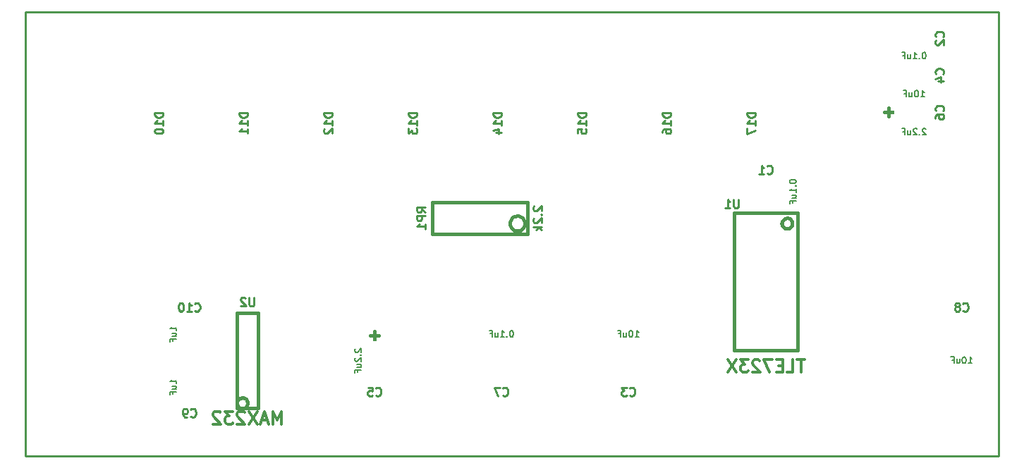
<source format=gbo>
G04 (created by PCBNEW-RS274X (2011-05-25)-stable) date Thu 31 Oct 2013 03:42:36 PM EDT*
G01*
G70*
G90*
%MOIN*%
G04 Gerber Fmt 3.4, Leading zero omitted, Abs format*
%FSLAX34Y34*%
G04 APERTURE LIST*
%ADD10C,0.006000*%
%ADD11C,0.009000*%
%ADD12C,0.015000*%
%ADD13C,0.005000*%
%ADD14C,0.010000*%
%ADD15C,0.012000*%
%ADD16C,0.096000*%
%ADD17C,0.160000*%
%ADD18C,0.180000*%
%ADD19C,0.175000*%
%ADD20O,0.080000X0.120000*%
%ADD21C,0.080000*%
%ADD22R,0.120000X0.070000*%
%ADD23R,0.070000X0.120000*%
%ADD24C,0.093000*%
%ADD25R,0.093000X0.093000*%
%ADD26R,0.045000X0.100000*%
%ADD27C,0.170000*%
%ADD28C,0.140000*%
%ADD29R,0.085000X0.085000*%
%ADD30C,0.085000*%
%ADD31R,0.070000X0.044000*%
%ADD32R,0.070000X0.035000*%
%ADD33R,0.081000X0.044000*%
G04 APERTURE END LIST*
G54D10*
G54D11*
X89500Y-51500D02*
X43500Y-51500D01*
X43500Y-30500D02*
X89500Y-30500D01*
X43500Y-30500D02*
X43500Y-51500D01*
X89500Y-51500D02*
X89500Y-30500D01*
G54D12*
X60200Y-45800D02*
X59800Y-45800D01*
X60000Y-46000D02*
X60000Y-45600D01*
G54D13*
X59450Y-46700D02*
X59450Y-46100D01*
X59450Y-46100D02*
X60550Y-46100D01*
X60550Y-46100D02*
X60550Y-46700D01*
X60550Y-47300D02*
X60550Y-47900D01*
X60550Y-47900D02*
X59450Y-47900D01*
X59450Y-47900D02*
X59450Y-47300D01*
G54D12*
X84300Y-35050D02*
X84300Y-35450D01*
X84500Y-35250D02*
X84100Y-35250D01*
G54D13*
X85200Y-35800D02*
X84600Y-35800D01*
X84600Y-35800D02*
X84600Y-34700D01*
X84600Y-34700D02*
X85200Y-34700D01*
X85800Y-34700D02*
X86400Y-34700D01*
X86400Y-34700D02*
X86400Y-35800D01*
X86400Y-35800D02*
X85800Y-35800D01*
X78200Y-39550D02*
X77600Y-39550D01*
X77600Y-39550D02*
X77600Y-38450D01*
X77600Y-38450D02*
X78200Y-38450D01*
X78800Y-38450D02*
X79400Y-38450D01*
X79400Y-38450D02*
X79400Y-39550D01*
X79400Y-39550D02*
X78800Y-39550D01*
X65450Y-46700D02*
X65450Y-46100D01*
X65450Y-46100D02*
X66550Y-46100D01*
X66550Y-46100D02*
X66550Y-46700D01*
X66550Y-47300D02*
X66550Y-47900D01*
X66550Y-47900D02*
X65450Y-47900D01*
X65450Y-47900D02*
X65450Y-47300D01*
X85200Y-34050D02*
X84600Y-34050D01*
X84600Y-34050D02*
X84600Y-32950D01*
X84600Y-32950D02*
X85200Y-32950D01*
X85800Y-32950D02*
X86400Y-32950D01*
X86400Y-32950D02*
X86400Y-34050D01*
X86400Y-34050D02*
X85800Y-34050D01*
X85200Y-32300D02*
X84600Y-32300D01*
X84600Y-32300D02*
X84600Y-31200D01*
X84600Y-31200D02*
X85200Y-31200D01*
X85800Y-31200D02*
X86400Y-31200D01*
X86400Y-31200D02*
X86400Y-32300D01*
X86400Y-32300D02*
X85800Y-32300D01*
X71450Y-46700D02*
X71450Y-46100D01*
X71450Y-46100D02*
X72550Y-46100D01*
X72550Y-46100D02*
X72550Y-46700D01*
X72550Y-47300D02*
X72550Y-47900D01*
X72550Y-47900D02*
X71450Y-47900D01*
X71450Y-47900D02*
X71450Y-47300D01*
G54D12*
X67103Y-40500D02*
X67096Y-40568D01*
X67076Y-40634D01*
X67044Y-40695D01*
X67000Y-40748D01*
X66947Y-40792D01*
X66886Y-40825D01*
X66820Y-40845D01*
X66752Y-40852D01*
X66684Y-40846D01*
X66618Y-40827D01*
X66557Y-40795D01*
X66504Y-40752D01*
X66459Y-40699D01*
X66426Y-40639D01*
X66405Y-40573D01*
X66398Y-40504D01*
X66403Y-40437D01*
X66422Y-40371D01*
X66454Y-40309D01*
X66497Y-40255D01*
X66549Y-40211D01*
X66609Y-40177D01*
X66675Y-40156D01*
X66743Y-40148D01*
X66811Y-40153D01*
X66877Y-40171D01*
X66939Y-40202D01*
X66993Y-40245D01*
X67038Y-40297D01*
X67072Y-40357D01*
X67094Y-40422D01*
X67102Y-40491D01*
X67103Y-40500D01*
X67250Y-39500D02*
X67250Y-41000D01*
X67250Y-41000D02*
X62750Y-41000D01*
X62750Y-41000D02*
X62750Y-39500D01*
X62750Y-39500D02*
X67250Y-39500D01*
G54D13*
X87200Y-45450D02*
X87200Y-44850D01*
X87200Y-44850D02*
X88300Y-44850D01*
X88300Y-44850D02*
X88300Y-45450D01*
X88300Y-46050D02*
X88300Y-46650D01*
X88300Y-46650D02*
X87200Y-46650D01*
X87200Y-46650D02*
X87200Y-46050D01*
X51800Y-48550D02*
X51800Y-49150D01*
X51800Y-49150D02*
X50700Y-49150D01*
X50700Y-49150D02*
X50700Y-48550D01*
X50700Y-47950D02*
X50700Y-47350D01*
X50700Y-47350D02*
X51800Y-47350D01*
X51800Y-47350D02*
X51800Y-47950D01*
X51800Y-46050D02*
X51800Y-46650D01*
X51800Y-46650D02*
X50700Y-46650D01*
X50700Y-46650D02*
X50700Y-46050D01*
X50700Y-45450D02*
X50700Y-44850D01*
X50700Y-44850D02*
X51800Y-44850D01*
X51800Y-44850D02*
X51800Y-45450D01*
G54D12*
X79750Y-40500D02*
X79745Y-40548D01*
X79731Y-40595D01*
X79708Y-40638D01*
X79677Y-40676D01*
X79639Y-40707D01*
X79596Y-40730D01*
X79550Y-40744D01*
X79501Y-40749D01*
X79454Y-40745D01*
X79407Y-40731D01*
X79364Y-40709D01*
X79326Y-40678D01*
X79294Y-40641D01*
X79271Y-40598D01*
X79256Y-40551D01*
X79251Y-40503D01*
X79255Y-40455D01*
X79268Y-40408D01*
X79290Y-40365D01*
X79321Y-40327D01*
X79358Y-40295D01*
X79400Y-40271D01*
X79447Y-40256D01*
X79495Y-40251D01*
X79543Y-40254D01*
X79590Y-40267D01*
X79633Y-40289D01*
X79672Y-40319D01*
X79704Y-40356D01*
X79728Y-40399D01*
X79743Y-40445D01*
X79749Y-40494D01*
X79750Y-40500D01*
X77000Y-40000D02*
X80000Y-40000D01*
X80000Y-40000D02*
X80000Y-46500D01*
X80000Y-46500D02*
X77000Y-46500D01*
X77000Y-46500D02*
X77000Y-40000D01*
X54000Y-49000D02*
X53995Y-49048D01*
X53981Y-49095D01*
X53958Y-49138D01*
X53927Y-49176D01*
X53889Y-49207D01*
X53846Y-49230D01*
X53800Y-49244D01*
X53751Y-49249D01*
X53704Y-49245D01*
X53657Y-49231D01*
X53614Y-49209D01*
X53576Y-49178D01*
X53544Y-49141D01*
X53521Y-49098D01*
X53506Y-49051D01*
X53501Y-49003D01*
X53505Y-48955D01*
X53518Y-48908D01*
X53540Y-48865D01*
X53571Y-48827D01*
X53608Y-48795D01*
X53650Y-48771D01*
X53697Y-48756D01*
X53745Y-48751D01*
X53793Y-48754D01*
X53840Y-48767D01*
X53883Y-48789D01*
X53922Y-48819D01*
X53954Y-48856D01*
X53978Y-48899D01*
X53993Y-48945D01*
X53999Y-48994D01*
X54000Y-49000D01*
X54500Y-49250D02*
X53500Y-49250D01*
X53500Y-49250D02*
X53500Y-44750D01*
X53500Y-44750D02*
X54500Y-44750D01*
X54500Y-44750D02*
X54500Y-49250D01*
G54D14*
X60066Y-48624D02*
X60085Y-48643D01*
X60142Y-48662D01*
X60180Y-48662D01*
X60238Y-48643D01*
X60276Y-48605D01*
X60295Y-48567D01*
X60314Y-48490D01*
X60314Y-48433D01*
X60295Y-48357D01*
X60276Y-48319D01*
X60238Y-48281D01*
X60180Y-48262D01*
X60142Y-48262D01*
X60085Y-48281D01*
X60066Y-48300D01*
X59704Y-48262D02*
X59895Y-48262D01*
X59914Y-48452D01*
X59895Y-48433D01*
X59857Y-48414D01*
X59761Y-48414D01*
X59723Y-48433D01*
X59704Y-48452D01*
X59685Y-48490D01*
X59685Y-48586D01*
X59704Y-48624D01*
X59723Y-48643D01*
X59761Y-48662D01*
X59857Y-48662D01*
X59895Y-48643D01*
X59914Y-48624D01*
G54D13*
X59100Y-46436D02*
X59086Y-46450D01*
X59071Y-46479D01*
X59071Y-46550D01*
X59086Y-46579D01*
X59100Y-46593D01*
X59129Y-46608D01*
X59157Y-46608D01*
X59200Y-46593D01*
X59371Y-46422D01*
X59371Y-46608D01*
X59343Y-46736D02*
X59357Y-46751D01*
X59371Y-46736D01*
X59357Y-46722D01*
X59343Y-46736D01*
X59371Y-46736D01*
X59100Y-46865D02*
X59086Y-46879D01*
X59071Y-46908D01*
X59071Y-46979D01*
X59086Y-47008D01*
X59100Y-47022D01*
X59129Y-47037D01*
X59157Y-47037D01*
X59200Y-47022D01*
X59371Y-46851D01*
X59371Y-47037D01*
X59171Y-47294D02*
X59371Y-47294D01*
X59171Y-47165D02*
X59329Y-47165D01*
X59357Y-47180D01*
X59371Y-47208D01*
X59371Y-47251D01*
X59357Y-47280D01*
X59343Y-47294D01*
X59214Y-47536D02*
X59214Y-47436D01*
X59371Y-47436D02*
X59071Y-47436D01*
X59071Y-47579D01*
G54D14*
X86874Y-35184D02*
X86893Y-35165D01*
X86912Y-35108D01*
X86912Y-35070D01*
X86893Y-35012D01*
X86855Y-34974D01*
X86817Y-34955D01*
X86740Y-34936D01*
X86683Y-34936D01*
X86607Y-34955D01*
X86569Y-34974D01*
X86531Y-35012D01*
X86512Y-35070D01*
X86512Y-35108D01*
X86531Y-35165D01*
X86550Y-35184D01*
X86512Y-35527D02*
X86512Y-35450D01*
X86531Y-35412D01*
X86550Y-35393D01*
X86607Y-35355D01*
X86683Y-35336D01*
X86836Y-35336D01*
X86874Y-35355D01*
X86893Y-35374D01*
X86912Y-35412D01*
X86912Y-35489D01*
X86893Y-35527D01*
X86874Y-35546D01*
X86836Y-35565D01*
X86740Y-35565D01*
X86702Y-35546D01*
X86683Y-35527D01*
X86664Y-35489D01*
X86664Y-35412D01*
X86683Y-35374D01*
X86702Y-35355D01*
X86740Y-35336D01*
G54D13*
X86064Y-36050D02*
X86050Y-36036D01*
X86021Y-36021D01*
X85950Y-36021D01*
X85921Y-36036D01*
X85907Y-36050D01*
X85892Y-36079D01*
X85892Y-36107D01*
X85907Y-36150D01*
X86078Y-36321D01*
X85892Y-36321D01*
X85764Y-36293D02*
X85749Y-36307D01*
X85764Y-36321D01*
X85778Y-36307D01*
X85764Y-36293D01*
X85764Y-36321D01*
X85635Y-36050D02*
X85621Y-36036D01*
X85592Y-36021D01*
X85521Y-36021D01*
X85492Y-36036D01*
X85478Y-36050D01*
X85463Y-36079D01*
X85463Y-36107D01*
X85478Y-36150D01*
X85649Y-36321D01*
X85463Y-36321D01*
X85206Y-36121D02*
X85206Y-36321D01*
X85335Y-36121D02*
X85335Y-36279D01*
X85320Y-36307D01*
X85292Y-36321D01*
X85249Y-36321D01*
X85220Y-36307D01*
X85206Y-36293D01*
X84964Y-36164D02*
X85064Y-36164D01*
X85064Y-36321D02*
X85064Y-36021D01*
X84921Y-36021D01*
G54D14*
X78566Y-38124D02*
X78585Y-38143D01*
X78642Y-38162D01*
X78680Y-38162D01*
X78738Y-38143D01*
X78776Y-38105D01*
X78795Y-38067D01*
X78814Y-37990D01*
X78814Y-37933D01*
X78795Y-37857D01*
X78776Y-37819D01*
X78738Y-37781D01*
X78680Y-37762D01*
X78642Y-37762D01*
X78585Y-37781D01*
X78566Y-37800D01*
X78185Y-38162D02*
X78414Y-38162D01*
X78300Y-38162D02*
X78300Y-37762D01*
X78338Y-37819D01*
X78376Y-37857D01*
X78414Y-37876D01*
G54D13*
X79621Y-38508D02*
X79621Y-38536D01*
X79636Y-38565D01*
X79650Y-38579D01*
X79679Y-38593D01*
X79736Y-38608D01*
X79807Y-38608D01*
X79864Y-38593D01*
X79893Y-38579D01*
X79907Y-38565D01*
X79921Y-38536D01*
X79921Y-38508D01*
X79907Y-38479D01*
X79893Y-38465D01*
X79864Y-38450D01*
X79807Y-38436D01*
X79736Y-38436D01*
X79679Y-38450D01*
X79650Y-38465D01*
X79636Y-38479D01*
X79621Y-38508D01*
X79893Y-38736D02*
X79907Y-38751D01*
X79921Y-38736D01*
X79907Y-38722D01*
X79893Y-38736D01*
X79921Y-38736D01*
X79921Y-39037D02*
X79921Y-38865D01*
X79921Y-38951D02*
X79621Y-38951D01*
X79664Y-38922D01*
X79693Y-38894D01*
X79707Y-38865D01*
X79721Y-39294D02*
X79921Y-39294D01*
X79721Y-39165D02*
X79879Y-39165D01*
X79907Y-39180D01*
X79921Y-39208D01*
X79921Y-39251D01*
X79907Y-39280D01*
X79893Y-39294D01*
X79764Y-39536D02*
X79764Y-39436D01*
X79921Y-39436D02*
X79621Y-39436D01*
X79621Y-39579D01*
G54D14*
X66066Y-48624D02*
X66085Y-48643D01*
X66142Y-48662D01*
X66180Y-48662D01*
X66238Y-48643D01*
X66276Y-48605D01*
X66295Y-48567D01*
X66314Y-48490D01*
X66314Y-48433D01*
X66295Y-48357D01*
X66276Y-48319D01*
X66238Y-48281D01*
X66180Y-48262D01*
X66142Y-48262D01*
X66085Y-48281D01*
X66066Y-48300D01*
X65933Y-48262D02*
X65666Y-48262D01*
X65838Y-48662D01*
G54D13*
X66492Y-45571D02*
X66464Y-45571D01*
X66435Y-45586D01*
X66421Y-45600D01*
X66407Y-45629D01*
X66392Y-45686D01*
X66392Y-45757D01*
X66407Y-45814D01*
X66421Y-45843D01*
X66435Y-45857D01*
X66464Y-45871D01*
X66492Y-45871D01*
X66521Y-45857D01*
X66535Y-45843D01*
X66550Y-45814D01*
X66564Y-45757D01*
X66564Y-45686D01*
X66550Y-45629D01*
X66535Y-45600D01*
X66521Y-45586D01*
X66492Y-45571D01*
X66264Y-45843D02*
X66249Y-45857D01*
X66264Y-45871D01*
X66278Y-45857D01*
X66264Y-45843D01*
X66264Y-45871D01*
X65963Y-45871D02*
X66135Y-45871D01*
X66049Y-45871D02*
X66049Y-45571D01*
X66078Y-45614D01*
X66106Y-45643D01*
X66135Y-45657D01*
X65706Y-45671D02*
X65706Y-45871D01*
X65835Y-45671D02*
X65835Y-45829D01*
X65820Y-45857D01*
X65792Y-45871D01*
X65749Y-45871D01*
X65720Y-45857D01*
X65706Y-45843D01*
X65464Y-45714D02*
X65564Y-45714D01*
X65564Y-45871D02*
X65564Y-45571D01*
X65421Y-45571D01*
G54D14*
X86874Y-33434D02*
X86893Y-33415D01*
X86912Y-33358D01*
X86912Y-33320D01*
X86893Y-33262D01*
X86855Y-33224D01*
X86817Y-33205D01*
X86740Y-33186D01*
X86683Y-33186D01*
X86607Y-33205D01*
X86569Y-33224D01*
X86531Y-33262D01*
X86512Y-33320D01*
X86512Y-33358D01*
X86531Y-33415D01*
X86550Y-33434D01*
X86645Y-33777D02*
X86912Y-33777D01*
X86493Y-33681D02*
X86779Y-33586D01*
X86779Y-33834D01*
G54D13*
X85821Y-34521D02*
X85993Y-34521D01*
X85907Y-34521D02*
X85907Y-34221D01*
X85936Y-34264D01*
X85964Y-34293D01*
X85993Y-34307D01*
X85635Y-34221D02*
X85607Y-34221D01*
X85578Y-34236D01*
X85564Y-34250D01*
X85550Y-34279D01*
X85535Y-34336D01*
X85535Y-34407D01*
X85550Y-34464D01*
X85564Y-34493D01*
X85578Y-34507D01*
X85607Y-34521D01*
X85635Y-34521D01*
X85664Y-34507D01*
X85678Y-34493D01*
X85693Y-34464D01*
X85707Y-34407D01*
X85707Y-34336D01*
X85693Y-34279D01*
X85678Y-34250D01*
X85664Y-34236D01*
X85635Y-34221D01*
X85278Y-34321D02*
X85278Y-34521D01*
X85407Y-34321D02*
X85407Y-34479D01*
X85392Y-34507D01*
X85364Y-34521D01*
X85321Y-34521D01*
X85292Y-34507D01*
X85278Y-34493D01*
X85036Y-34364D02*
X85136Y-34364D01*
X85136Y-34521D02*
X85136Y-34221D01*
X84993Y-34221D01*
G54D14*
X86874Y-31684D02*
X86893Y-31665D01*
X86912Y-31608D01*
X86912Y-31570D01*
X86893Y-31512D01*
X86855Y-31474D01*
X86817Y-31455D01*
X86740Y-31436D01*
X86683Y-31436D01*
X86607Y-31455D01*
X86569Y-31474D01*
X86531Y-31512D01*
X86512Y-31570D01*
X86512Y-31608D01*
X86531Y-31665D01*
X86550Y-31684D01*
X86550Y-31836D02*
X86531Y-31855D01*
X86512Y-31893D01*
X86512Y-31989D01*
X86531Y-32027D01*
X86550Y-32046D01*
X86588Y-32065D01*
X86626Y-32065D01*
X86683Y-32046D01*
X86912Y-31817D01*
X86912Y-32065D01*
G54D13*
X85992Y-32421D02*
X85964Y-32421D01*
X85935Y-32436D01*
X85921Y-32450D01*
X85907Y-32479D01*
X85892Y-32536D01*
X85892Y-32607D01*
X85907Y-32664D01*
X85921Y-32693D01*
X85935Y-32707D01*
X85964Y-32721D01*
X85992Y-32721D01*
X86021Y-32707D01*
X86035Y-32693D01*
X86050Y-32664D01*
X86064Y-32607D01*
X86064Y-32536D01*
X86050Y-32479D01*
X86035Y-32450D01*
X86021Y-32436D01*
X85992Y-32421D01*
X85764Y-32693D02*
X85749Y-32707D01*
X85764Y-32721D01*
X85778Y-32707D01*
X85764Y-32693D01*
X85764Y-32721D01*
X85463Y-32721D02*
X85635Y-32721D01*
X85549Y-32721D02*
X85549Y-32421D01*
X85578Y-32464D01*
X85606Y-32493D01*
X85635Y-32507D01*
X85206Y-32521D02*
X85206Y-32721D01*
X85335Y-32521D02*
X85335Y-32679D01*
X85320Y-32707D01*
X85292Y-32721D01*
X85249Y-32721D01*
X85220Y-32707D01*
X85206Y-32693D01*
X84964Y-32564D02*
X85064Y-32564D01*
X85064Y-32721D02*
X85064Y-32421D01*
X84921Y-32421D01*
G54D14*
X72066Y-48624D02*
X72085Y-48643D01*
X72142Y-48662D01*
X72180Y-48662D01*
X72238Y-48643D01*
X72276Y-48605D01*
X72295Y-48567D01*
X72314Y-48490D01*
X72314Y-48433D01*
X72295Y-48357D01*
X72276Y-48319D01*
X72238Y-48281D01*
X72180Y-48262D01*
X72142Y-48262D01*
X72085Y-48281D01*
X72066Y-48300D01*
X71933Y-48262D02*
X71685Y-48262D01*
X71819Y-48414D01*
X71761Y-48414D01*
X71723Y-48433D01*
X71704Y-48452D01*
X71685Y-48490D01*
X71685Y-48586D01*
X71704Y-48624D01*
X71723Y-48643D01*
X71761Y-48662D01*
X71876Y-48662D01*
X71914Y-48643D01*
X71933Y-48624D01*
G54D13*
X72321Y-45871D02*
X72493Y-45871D01*
X72407Y-45871D02*
X72407Y-45571D01*
X72436Y-45614D01*
X72464Y-45643D01*
X72493Y-45657D01*
X72135Y-45571D02*
X72107Y-45571D01*
X72078Y-45586D01*
X72064Y-45600D01*
X72050Y-45629D01*
X72035Y-45686D01*
X72035Y-45757D01*
X72050Y-45814D01*
X72064Y-45843D01*
X72078Y-45857D01*
X72107Y-45871D01*
X72135Y-45871D01*
X72164Y-45857D01*
X72178Y-45843D01*
X72193Y-45814D01*
X72207Y-45757D01*
X72207Y-45686D01*
X72193Y-45629D01*
X72178Y-45600D01*
X72164Y-45586D01*
X72135Y-45571D01*
X71778Y-45671D02*
X71778Y-45871D01*
X71907Y-45671D02*
X71907Y-45829D01*
X71892Y-45857D01*
X71864Y-45871D01*
X71821Y-45871D01*
X71792Y-45857D01*
X71778Y-45843D01*
X71536Y-45714D02*
X71636Y-45714D01*
X71636Y-45871D02*
X71636Y-45571D01*
X71493Y-45571D01*
G54D14*
X62412Y-39984D02*
X62221Y-39850D01*
X62412Y-39755D02*
X62012Y-39755D01*
X62012Y-39908D01*
X62031Y-39946D01*
X62050Y-39965D01*
X62088Y-39984D01*
X62145Y-39984D01*
X62183Y-39965D01*
X62202Y-39946D01*
X62221Y-39908D01*
X62221Y-39755D01*
X62412Y-40155D02*
X62012Y-40155D01*
X62012Y-40308D01*
X62031Y-40346D01*
X62050Y-40365D01*
X62088Y-40384D01*
X62145Y-40384D01*
X62183Y-40365D01*
X62202Y-40346D01*
X62221Y-40308D01*
X62221Y-40155D01*
X62412Y-40765D02*
X62412Y-40536D01*
X62412Y-40650D02*
X62012Y-40650D01*
X62069Y-40612D01*
X62107Y-40574D01*
X62126Y-40536D01*
X67550Y-39688D02*
X67531Y-39707D01*
X67512Y-39745D01*
X67512Y-39841D01*
X67531Y-39879D01*
X67550Y-39898D01*
X67588Y-39917D01*
X67626Y-39917D01*
X67683Y-39898D01*
X67912Y-39669D01*
X67912Y-39917D01*
X67874Y-40088D02*
X67893Y-40107D01*
X67912Y-40088D01*
X67893Y-40069D01*
X67874Y-40088D01*
X67912Y-40088D01*
X67550Y-40259D02*
X67531Y-40278D01*
X67512Y-40316D01*
X67512Y-40412D01*
X67531Y-40450D01*
X67550Y-40469D01*
X67588Y-40488D01*
X67626Y-40488D01*
X67683Y-40469D01*
X67912Y-40240D01*
X67912Y-40488D01*
X67912Y-40659D02*
X67512Y-40659D01*
X67760Y-40697D02*
X67912Y-40812D01*
X67645Y-40812D02*
X67798Y-40659D01*
X87816Y-44624D02*
X87835Y-44643D01*
X87892Y-44662D01*
X87930Y-44662D01*
X87988Y-44643D01*
X88026Y-44605D01*
X88045Y-44567D01*
X88064Y-44490D01*
X88064Y-44433D01*
X88045Y-44357D01*
X88026Y-44319D01*
X87988Y-44281D01*
X87930Y-44262D01*
X87892Y-44262D01*
X87835Y-44281D01*
X87816Y-44300D01*
X87588Y-44433D02*
X87626Y-44414D01*
X87645Y-44395D01*
X87664Y-44357D01*
X87664Y-44338D01*
X87645Y-44300D01*
X87626Y-44281D01*
X87588Y-44262D01*
X87511Y-44262D01*
X87473Y-44281D01*
X87454Y-44300D01*
X87435Y-44338D01*
X87435Y-44357D01*
X87454Y-44395D01*
X87473Y-44414D01*
X87511Y-44433D01*
X87588Y-44433D01*
X87626Y-44452D01*
X87645Y-44471D01*
X87664Y-44510D01*
X87664Y-44586D01*
X87645Y-44624D01*
X87626Y-44643D01*
X87588Y-44662D01*
X87511Y-44662D01*
X87473Y-44643D01*
X87454Y-44624D01*
X87435Y-44586D01*
X87435Y-44510D01*
X87454Y-44471D01*
X87473Y-44452D01*
X87511Y-44433D01*
G54D13*
X88071Y-47121D02*
X88243Y-47121D01*
X88157Y-47121D02*
X88157Y-46821D01*
X88186Y-46864D01*
X88214Y-46893D01*
X88243Y-46907D01*
X87885Y-46821D02*
X87857Y-46821D01*
X87828Y-46836D01*
X87814Y-46850D01*
X87800Y-46879D01*
X87785Y-46936D01*
X87785Y-47007D01*
X87800Y-47064D01*
X87814Y-47093D01*
X87828Y-47107D01*
X87857Y-47121D01*
X87885Y-47121D01*
X87914Y-47107D01*
X87928Y-47093D01*
X87943Y-47064D01*
X87957Y-47007D01*
X87957Y-46936D01*
X87943Y-46879D01*
X87928Y-46850D01*
X87914Y-46836D01*
X87885Y-46821D01*
X87528Y-46921D02*
X87528Y-47121D01*
X87657Y-46921D02*
X87657Y-47079D01*
X87642Y-47107D01*
X87614Y-47121D01*
X87571Y-47121D01*
X87542Y-47107D01*
X87528Y-47093D01*
X87286Y-46964D02*
X87386Y-46964D01*
X87386Y-47121D02*
X87386Y-46821D01*
X87243Y-46821D01*
G54D14*
X51316Y-49624D02*
X51335Y-49643D01*
X51392Y-49662D01*
X51430Y-49662D01*
X51488Y-49643D01*
X51526Y-49605D01*
X51545Y-49567D01*
X51564Y-49490D01*
X51564Y-49433D01*
X51545Y-49357D01*
X51526Y-49319D01*
X51488Y-49281D01*
X51430Y-49262D01*
X51392Y-49262D01*
X51335Y-49281D01*
X51316Y-49300D01*
X51126Y-49662D02*
X51050Y-49662D01*
X51011Y-49643D01*
X50992Y-49624D01*
X50954Y-49567D01*
X50935Y-49490D01*
X50935Y-49338D01*
X50954Y-49300D01*
X50973Y-49281D01*
X51011Y-49262D01*
X51088Y-49262D01*
X51126Y-49281D01*
X51145Y-49300D01*
X51164Y-49338D01*
X51164Y-49433D01*
X51145Y-49471D01*
X51126Y-49490D01*
X51088Y-49510D01*
X51011Y-49510D01*
X50973Y-49490D01*
X50954Y-49471D01*
X50935Y-49433D01*
G54D13*
X50621Y-48072D02*
X50621Y-47900D01*
X50621Y-47986D02*
X50321Y-47986D01*
X50364Y-47957D01*
X50393Y-47929D01*
X50407Y-47900D01*
X50421Y-48329D02*
X50621Y-48329D01*
X50421Y-48200D02*
X50579Y-48200D01*
X50607Y-48215D01*
X50621Y-48243D01*
X50621Y-48286D01*
X50607Y-48315D01*
X50593Y-48329D01*
X50464Y-48571D02*
X50464Y-48471D01*
X50621Y-48471D02*
X50321Y-48471D01*
X50321Y-48614D01*
G54D14*
X51507Y-44624D02*
X51526Y-44643D01*
X51583Y-44662D01*
X51621Y-44662D01*
X51679Y-44643D01*
X51717Y-44605D01*
X51736Y-44567D01*
X51755Y-44490D01*
X51755Y-44433D01*
X51736Y-44357D01*
X51717Y-44319D01*
X51679Y-44281D01*
X51621Y-44262D01*
X51583Y-44262D01*
X51526Y-44281D01*
X51507Y-44300D01*
X51126Y-44662D02*
X51355Y-44662D01*
X51241Y-44662D02*
X51241Y-44262D01*
X51279Y-44319D01*
X51317Y-44357D01*
X51355Y-44376D01*
X50879Y-44262D02*
X50840Y-44262D01*
X50802Y-44281D01*
X50783Y-44300D01*
X50764Y-44338D01*
X50745Y-44414D01*
X50745Y-44510D01*
X50764Y-44586D01*
X50783Y-44624D01*
X50802Y-44643D01*
X50840Y-44662D01*
X50879Y-44662D01*
X50917Y-44643D01*
X50936Y-44624D01*
X50955Y-44586D01*
X50974Y-44510D01*
X50974Y-44414D01*
X50955Y-44338D01*
X50936Y-44300D01*
X50917Y-44281D01*
X50879Y-44262D01*
G54D13*
X50621Y-45572D02*
X50621Y-45400D01*
X50621Y-45486D02*
X50321Y-45486D01*
X50364Y-45457D01*
X50393Y-45429D01*
X50407Y-45400D01*
X50421Y-45829D02*
X50621Y-45829D01*
X50421Y-45700D02*
X50579Y-45700D01*
X50607Y-45715D01*
X50621Y-45743D01*
X50621Y-45786D01*
X50607Y-45815D01*
X50593Y-45829D01*
X50464Y-46071D02*
X50464Y-45971D01*
X50621Y-45971D02*
X50321Y-45971D01*
X50321Y-46114D01*
G54D14*
X50012Y-35264D02*
X49612Y-35264D01*
X49612Y-35359D01*
X49631Y-35417D01*
X49669Y-35455D01*
X49707Y-35474D01*
X49783Y-35493D01*
X49840Y-35493D01*
X49917Y-35474D01*
X49955Y-35455D01*
X49993Y-35417D01*
X50012Y-35359D01*
X50012Y-35264D01*
X50012Y-35874D02*
X50012Y-35645D01*
X50012Y-35759D02*
X49612Y-35759D01*
X49669Y-35721D01*
X49707Y-35683D01*
X49726Y-35645D01*
X49612Y-36121D02*
X49612Y-36160D01*
X49631Y-36198D01*
X49650Y-36217D01*
X49688Y-36236D01*
X49764Y-36255D01*
X49860Y-36255D01*
X49936Y-36236D01*
X49974Y-36217D01*
X49993Y-36198D01*
X50012Y-36160D01*
X50012Y-36121D01*
X49993Y-36083D01*
X49974Y-36064D01*
X49936Y-36045D01*
X49860Y-36026D01*
X49764Y-36026D01*
X49688Y-36045D01*
X49650Y-36064D01*
X49631Y-36083D01*
X49612Y-36121D01*
X54012Y-35264D02*
X53612Y-35264D01*
X53612Y-35359D01*
X53631Y-35417D01*
X53669Y-35455D01*
X53707Y-35474D01*
X53783Y-35493D01*
X53840Y-35493D01*
X53917Y-35474D01*
X53955Y-35455D01*
X53993Y-35417D01*
X54012Y-35359D01*
X54012Y-35264D01*
X54012Y-35874D02*
X54012Y-35645D01*
X54012Y-35759D02*
X53612Y-35759D01*
X53669Y-35721D01*
X53707Y-35683D01*
X53726Y-35645D01*
X54012Y-36255D02*
X54012Y-36026D01*
X54012Y-36140D02*
X53612Y-36140D01*
X53669Y-36102D01*
X53707Y-36064D01*
X53726Y-36026D01*
X58012Y-35264D02*
X57612Y-35264D01*
X57612Y-35359D01*
X57631Y-35417D01*
X57669Y-35455D01*
X57707Y-35474D01*
X57783Y-35493D01*
X57840Y-35493D01*
X57917Y-35474D01*
X57955Y-35455D01*
X57993Y-35417D01*
X58012Y-35359D01*
X58012Y-35264D01*
X58012Y-35874D02*
X58012Y-35645D01*
X58012Y-35759D02*
X57612Y-35759D01*
X57669Y-35721D01*
X57707Y-35683D01*
X57726Y-35645D01*
X57650Y-36026D02*
X57631Y-36045D01*
X57612Y-36083D01*
X57612Y-36179D01*
X57631Y-36217D01*
X57650Y-36236D01*
X57688Y-36255D01*
X57726Y-36255D01*
X57783Y-36236D01*
X58012Y-36007D01*
X58012Y-36255D01*
X62012Y-35264D02*
X61612Y-35264D01*
X61612Y-35359D01*
X61631Y-35417D01*
X61669Y-35455D01*
X61707Y-35474D01*
X61783Y-35493D01*
X61840Y-35493D01*
X61917Y-35474D01*
X61955Y-35455D01*
X61993Y-35417D01*
X62012Y-35359D01*
X62012Y-35264D01*
X62012Y-35874D02*
X62012Y-35645D01*
X62012Y-35759D02*
X61612Y-35759D01*
X61669Y-35721D01*
X61707Y-35683D01*
X61726Y-35645D01*
X61612Y-36007D02*
X61612Y-36255D01*
X61764Y-36121D01*
X61764Y-36179D01*
X61783Y-36217D01*
X61802Y-36236D01*
X61840Y-36255D01*
X61936Y-36255D01*
X61974Y-36236D01*
X61993Y-36217D01*
X62012Y-36179D01*
X62012Y-36064D01*
X61993Y-36026D01*
X61974Y-36007D01*
X66012Y-35264D02*
X65612Y-35264D01*
X65612Y-35359D01*
X65631Y-35417D01*
X65669Y-35455D01*
X65707Y-35474D01*
X65783Y-35493D01*
X65840Y-35493D01*
X65917Y-35474D01*
X65955Y-35455D01*
X65993Y-35417D01*
X66012Y-35359D01*
X66012Y-35264D01*
X66012Y-35874D02*
X66012Y-35645D01*
X66012Y-35759D02*
X65612Y-35759D01*
X65669Y-35721D01*
X65707Y-35683D01*
X65726Y-35645D01*
X65745Y-36217D02*
X66012Y-36217D01*
X65593Y-36121D02*
X65879Y-36026D01*
X65879Y-36274D01*
X70012Y-35264D02*
X69612Y-35264D01*
X69612Y-35359D01*
X69631Y-35417D01*
X69669Y-35455D01*
X69707Y-35474D01*
X69783Y-35493D01*
X69840Y-35493D01*
X69917Y-35474D01*
X69955Y-35455D01*
X69993Y-35417D01*
X70012Y-35359D01*
X70012Y-35264D01*
X70012Y-35874D02*
X70012Y-35645D01*
X70012Y-35759D02*
X69612Y-35759D01*
X69669Y-35721D01*
X69707Y-35683D01*
X69726Y-35645D01*
X69612Y-36236D02*
X69612Y-36045D01*
X69802Y-36026D01*
X69783Y-36045D01*
X69764Y-36083D01*
X69764Y-36179D01*
X69783Y-36217D01*
X69802Y-36236D01*
X69840Y-36255D01*
X69936Y-36255D01*
X69974Y-36236D01*
X69993Y-36217D01*
X70012Y-36179D01*
X70012Y-36083D01*
X69993Y-36045D01*
X69974Y-36026D01*
X74012Y-35264D02*
X73612Y-35264D01*
X73612Y-35359D01*
X73631Y-35417D01*
X73669Y-35455D01*
X73707Y-35474D01*
X73783Y-35493D01*
X73840Y-35493D01*
X73917Y-35474D01*
X73955Y-35455D01*
X73993Y-35417D01*
X74012Y-35359D01*
X74012Y-35264D01*
X74012Y-35874D02*
X74012Y-35645D01*
X74012Y-35759D02*
X73612Y-35759D01*
X73669Y-35721D01*
X73707Y-35683D01*
X73726Y-35645D01*
X73612Y-36217D02*
X73612Y-36140D01*
X73631Y-36102D01*
X73650Y-36083D01*
X73707Y-36045D01*
X73783Y-36026D01*
X73936Y-36026D01*
X73974Y-36045D01*
X73993Y-36064D01*
X74012Y-36102D01*
X74012Y-36179D01*
X73993Y-36217D01*
X73974Y-36236D01*
X73936Y-36255D01*
X73840Y-36255D01*
X73802Y-36236D01*
X73783Y-36217D01*
X73764Y-36179D01*
X73764Y-36102D01*
X73783Y-36064D01*
X73802Y-36045D01*
X73840Y-36026D01*
X78012Y-35264D02*
X77612Y-35264D01*
X77612Y-35359D01*
X77631Y-35417D01*
X77669Y-35455D01*
X77707Y-35474D01*
X77783Y-35493D01*
X77840Y-35493D01*
X77917Y-35474D01*
X77955Y-35455D01*
X77993Y-35417D01*
X78012Y-35359D01*
X78012Y-35264D01*
X78012Y-35874D02*
X78012Y-35645D01*
X78012Y-35759D02*
X77612Y-35759D01*
X77669Y-35721D01*
X77707Y-35683D01*
X77726Y-35645D01*
X77612Y-36007D02*
X77612Y-36274D01*
X78012Y-36102D01*
X77205Y-39362D02*
X77205Y-39686D01*
X77186Y-39724D01*
X77167Y-39743D01*
X77129Y-39762D01*
X77052Y-39762D01*
X77014Y-39743D01*
X76995Y-39724D01*
X76976Y-39686D01*
X76976Y-39362D01*
X76576Y-39762D02*
X76805Y-39762D01*
X76691Y-39762D02*
X76691Y-39362D01*
X76729Y-39419D01*
X76767Y-39457D01*
X76805Y-39476D01*
G54D15*
X80328Y-46943D02*
X79985Y-46943D01*
X80156Y-47543D02*
X80156Y-46943D01*
X79499Y-47543D02*
X79785Y-47543D01*
X79785Y-46943D01*
X79299Y-47229D02*
X79099Y-47229D01*
X79013Y-47543D02*
X79299Y-47543D01*
X79299Y-46943D01*
X79013Y-46943D01*
X78813Y-46943D02*
X78413Y-46943D01*
X78670Y-47543D01*
X78214Y-47000D02*
X78185Y-46971D01*
X78128Y-46943D01*
X77985Y-46943D01*
X77928Y-46971D01*
X77899Y-47000D01*
X77871Y-47057D01*
X77871Y-47114D01*
X77899Y-47200D01*
X78242Y-47543D01*
X77871Y-47543D01*
X77671Y-46943D02*
X77300Y-46943D01*
X77500Y-47171D01*
X77414Y-47171D01*
X77357Y-47200D01*
X77328Y-47229D01*
X77300Y-47286D01*
X77300Y-47429D01*
X77328Y-47486D01*
X77357Y-47514D01*
X77414Y-47543D01*
X77586Y-47543D01*
X77643Y-47514D01*
X77671Y-47486D01*
X77100Y-46943D02*
X76700Y-47543D01*
X76700Y-46943D02*
X77100Y-47543D01*
G54D14*
X54305Y-44012D02*
X54305Y-44336D01*
X54286Y-44374D01*
X54267Y-44393D01*
X54229Y-44412D01*
X54152Y-44412D01*
X54114Y-44393D01*
X54095Y-44374D01*
X54076Y-44336D01*
X54076Y-44012D01*
X53905Y-44050D02*
X53886Y-44031D01*
X53848Y-44012D01*
X53752Y-44012D01*
X53714Y-44031D01*
X53695Y-44050D01*
X53676Y-44088D01*
X53676Y-44126D01*
X53695Y-44183D01*
X53924Y-44412D01*
X53676Y-44412D01*
G54D15*
X55599Y-49993D02*
X55599Y-49393D01*
X55399Y-49821D01*
X55199Y-49393D01*
X55199Y-49993D01*
X54942Y-49821D02*
X54656Y-49821D01*
X54999Y-49993D02*
X54799Y-49393D01*
X54599Y-49993D01*
X54456Y-49393D02*
X54056Y-49993D01*
X54056Y-49393D02*
X54456Y-49993D01*
X53857Y-49450D02*
X53828Y-49421D01*
X53771Y-49393D01*
X53628Y-49393D01*
X53571Y-49421D01*
X53542Y-49450D01*
X53514Y-49507D01*
X53514Y-49564D01*
X53542Y-49650D01*
X53885Y-49993D01*
X53514Y-49993D01*
X53314Y-49393D02*
X52943Y-49393D01*
X53143Y-49621D01*
X53057Y-49621D01*
X53000Y-49650D01*
X52971Y-49679D01*
X52943Y-49736D01*
X52943Y-49879D01*
X52971Y-49936D01*
X53000Y-49964D01*
X53057Y-49993D01*
X53229Y-49993D01*
X53286Y-49964D01*
X53314Y-49936D01*
X52715Y-49450D02*
X52686Y-49421D01*
X52629Y-49393D01*
X52486Y-49393D01*
X52429Y-49421D01*
X52400Y-49450D01*
X52372Y-49507D01*
X52372Y-49564D01*
X52400Y-49650D01*
X52743Y-49993D01*
X52372Y-49993D01*
%LPC*%
G54D16*
X88320Y-41000D03*
G54D17*
X87140Y-41000D03*
G54D18*
X84780Y-41000D03*
G54D17*
X87530Y-39230D03*
X87530Y-42770D03*
G54D19*
X50500Y-50500D03*
X51000Y-31500D03*
X83000Y-50500D03*
X80500Y-31500D03*
G54D20*
X56000Y-50500D03*
X57000Y-50500D03*
X58000Y-50500D03*
X59000Y-50500D03*
X60000Y-50500D03*
X61000Y-50500D03*
X62000Y-50500D03*
X63000Y-50500D03*
X65000Y-50500D03*
X66000Y-50500D03*
X67000Y-50500D03*
X68000Y-50500D03*
X69000Y-50500D03*
X70000Y-50500D03*
X71000Y-50500D03*
X72000Y-50500D03*
X74000Y-50500D03*
X75000Y-50500D03*
X76000Y-50500D03*
X77000Y-50500D03*
X78000Y-50500D03*
X79000Y-50500D03*
X80000Y-50500D03*
X81000Y-50500D03*
X52400Y-31500D03*
X53400Y-31500D03*
X54400Y-31500D03*
X55400Y-31500D03*
X56400Y-31500D03*
X57400Y-31500D03*
X58400Y-31500D03*
X59400Y-31500D03*
X60400Y-31500D03*
X61400Y-31500D03*
X63000Y-31500D03*
X70000Y-31500D03*
X69000Y-31500D03*
X68000Y-31500D03*
X67000Y-31500D03*
X66000Y-31500D03*
X65000Y-31500D03*
X64000Y-31500D03*
X72000Y-31500D03*
X73000Y-31500D03*
X74000Y-31500D03*
X75000Y-31500D03*
X76000Y-31500D03*
X77000Y-31500D03*
X78000Y-31500D03*
X79000Y-31500D03*
G54D21*
X82000Y-31500D03*
X83000Y-31500D03*
X82000Y-32500D03*
X83000Y-32500D03*
X82000Y-33500D03*
X83000Y-33500D03*
X82000Y-34500D03*
X83000Y-34500D03*
X82000Y-35500D03*
X83000Y-35500D03*
X82000Y-36500D03*
X83000Y-36500D03*
X82000Y-37500D03*
X83000Y-37500D03*
X82000Y-38500D03*
X83000Y-38500D03*
X82000Y-39500D03*
X83000Y-39500D03*
X82000Y-40500D03*
X83000Y-40500D03*
X82000Y-41500D03*
X83000Y-41500D03*
X82000Y-42500D03*
X83000Y-42500D03*
X82000Y-43500D03*
X83000Y-43500D03*
X82000Y-44500D03*
X83000Y-44500D03*
X82000Y-45500D03*
X83000Y-45500D03*
X82000Y-46500D03*
X83000Y-46500D03*
X82000Y-47500D03*
X83000Y-47500D03*
X82000Y-48500D03*
X83000Y-48500D03*
G54D22*
X60000Y-46400D03*
X60000Y-47600D03*
G54D23*
X84900Y-35250D03*
X86100Y-35250D03*
X77900Y-39000D03*
X79100Y-39000D03*
G54D22*
X66000Y-46400D03*
X66000Y-47600D03*
G54D23*
X84900Y-33500D03*
X86100Y-33500D03*
X84900Y-31750D03*
X86100Y-31750D03*
G54D22*
X72000Y-46400D03*
X72000Y-47600D03*
G54D24*
X69000Y-47000D03*
X69000Y-48000D03*
G54D25*
X69000Y-46000D03*
G54D24*
X75250Y-47000D03*
X75250Y-48000D03*
G54D25*
X75250Y-46000D03*
G54D24*
X63000Y-47000D03*
X63000Y-48000D03*
G54D25*
X63000Y-46000D03*
G54D24*
X57000Y-47000D03*
X57000Y-48000D03*
G54D25*
X57000Y-46000D03*
G54D24*
X51500Y-34000D03*
G54D25*
X50500Y-34000D03*
G54D24*
X55500Y-34000D03*
G54D25*
X54500Y-34000D03*
G54D24*
X59500Y-34000D03*
G54D25*
X58500Y-34000D03*
G54D24*
X63500Y-34000D03*
G54D25*
X62500Y-34000D03*
G54D24*
X67500Y-34000D03*
G54D25*
X66500Y-34000D03*
G54D24*
X71500Y-34000D03*
G54D25*
X70500Y-34000D03*
G54D24*
X75500Y-34000D03*
G54D25*
X74500Y-34000D03*
G54D24*
X79500Y-34000D03*
G54D25*
X78500Y-34000D03*
G54D26*
X66750Y-41700D03*
X66250Y-41700D03*
X65750Y-41700D03*
X65250Y-41700D03*
X64750Y-41700D03*
X64250Y-41700D03*
X63750Y-41700D03*
X63250Y-41700D03*
X63250Y-38800D03*
X63750Y-38800D03*
X64250Y-38800D03*
X64750Y-38800D03*
X65250Y-38800D03*
X65750Y-38800D03*
X66250Y-38800D03*
X66750Y-38800D03*
G54D22*
X87750Y-45150D03*
X87750Y-46350D03*
X51250Y-48850D03*
X51250Y-47650D03*
X51250Y-46350D03*
X51250Y-45150D03*
G54D27*
X44750Y-38500D03*
X44750Y-43500D03*
G54D21*
X46400Y-38300D03*
X46400Y-39300D03*
X46400Y-42700D03*
X46400Y-43700D03*
X48000Y-39250D03*
X48000Y-40250D03*
X48000Y-41250D03*
X48000Y-42250D03*
X49000Y-39750D03*
X49000Y-40750D03*
X49000Y-41750D03*
X49000Y-42750D03*
X50450Y-39250D03*
X50450Y-40250D03*
X51450Y-39750D03*
X51450Y-40750D03*
X50450Y-41250D03*
X51450Y-41750D03*
X50450Y-42250D03*
X51450Y-42750D03*
X53000Y-38300D03*
X53000Y-39300D03*
X53000Y-42700D03*
X53000Y-43700D03*
X86250Y-46250D03*
X86250Y-45250D03*
X86250Y-47250D03*
G54D28*
X59000Y-43000D03*
X59000Y-39000D03*
G54D29*
X61000Y-41000D03*
G54D30*
X61000Y-42000D03*
G54D28*
X63000Y-43000D03*
X71000Y-43000D03*
X71000Y-39000D03*
G54D29*
X73000Y-41000D03*
G54D30*
X73000Y-42000D03*
G54D28*
X75000Y-43000D03*
G54D31*
X51500Y-35750D03*
X50700Y-35380D03*
X50700Y-36120D03*
X55500Y-35750D03*
X54700Y-35380D03*
X54700Y-36120D03*
X59500Y-35750D03*
X58700Y-35380D03*
X58700Y-36120D03*
X63500Y-35750D03*
X62700Y-35380D03*
X62700Y-36120D03*
X67500Y-35750D03*
X66700Y-35380D03*
X66700Y-36120D03*
X71500Y-35750D03*
X70700Y-35380D03*
X70700Y-36120D03*
X75500Y-35750D03*
X74700Y-35380D03*
X74700Y-36120D03*
X79500Y-35750D03*
X78700Y-35380D03*
X78700Y-36120D03*
G54D32*
X80500Y-43000D03*
X80500Y-42500D03*
X80500Y-42000D03*
X80500Y-41500D03*
X80500Y-41000D03*
X80500Y-40500D03*
X80500Y-43500D03*
X80500Y-44000D03*
X80500Y-44500D03*
X80500Y-45000D03*
X80500Y-45500D03*
X80500Y-46000D03*
X76500Y-46000D03*
X76500Y-45500D03*
X76500Y-45000D03*
X76500Y-44500D03*
X76500Y-44000D03*
X76500Y-43500D03*
X76500Y-43000D03*
X76500Y-42500D03*
X76500Y-42000D03*
X76500Y-41500D03*
X76500Y-41000D03*
X76500Y-40500D03*
G54D33*
X52940Y-48750D03*
X52940Y-48250D03*
X52940Y-47750D03*
X52940Y-47250D03*
X52940Y-46750D03*
X52940Y-46250D03*
X52940Y-45750D03*
X52940Y-45250D03*
X55060Y-45250D03*
X55060Y-45750D03*
X55060Y-46250D03*
X55060Y-46750D03*
X55060Y-47250D03*
X55060Y-47750D03*
X55060Y-48250D03*
X55060Y-48750D03*
G54D24*
X47500Y-47250D03*
X48500Y-47250D03*
G54D25*
X46500Y-47250D03*
M02*

</source>
